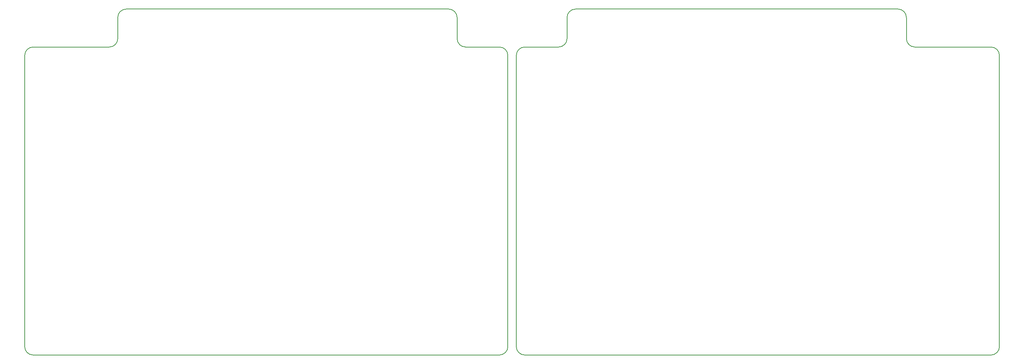
<source format=gm1>
G04 #@! TF.GenerationSoftware,KiCad,Pcbnew,5.0-dev-unknown-9241a39~61~ubuntu17.10.1*
G04 #@! TF.CreationDate,2018-07-19T12:56:27+02:00*
G04 #@! TF.ProjectId,vitamins_included,766974616D696E735F696E636C756465,rev?*
G04 #@! TF.SameCoordinates,Original*
G04 #@! TF.FileFunction,Profile,NP*
%FSLAX46Y46*%
G04 Gerber Fmt 4.6, Leading zero omitted, Abs format (unit mm)*
G04 Created by KiCad (PCBNEW 5.0-dev-unknown-9241a39~61~ubuntu17.10.1) date Thu Jul 19 12:56:27 2018*
%MOMM*%
%LPD*%
G01*
G04 APERTURE LIST*
%ADD10C,0.150000*%
G04 APERTURE END LIST*
D10*
X208500000Y-7000000D02*
X208500000Y-2000000D01*
X126250000Y-9000000D02*
X118250000Y-9000000D01*
X118250000Y-82000000D02*
G75*
G02X116250000Y-80000000I0J2000000D01*
G01*
X128250000Y-7000000D02*
X128250000Y-2000000D01*
X206500000Y0D02*
X130250000Y0D01*
X128250000Y-2000000D02*
G75*
G02X130250000Y0I2000000J0D01*
G01*
X230500000Y-80000000D02*
X230500000Y-11000000D01*
X230500000Y-80000000D02*
G75*
G02X228500000Y-82000000I-2000000J0D01*
G01*
X206500000Y0D02*
G75*
G02X208500000Y-2000000I0J-2000000D01*
G01*
X118250000Y-82000000D02*
X228500000Y-82000000D01*
X116250000Y-80000000D02*
X116250000Y-11000000D01*
X210500000Y-9000000D02*
G75*
G02X208500000Y-7000000I0J2000000D01*
G01*
X128250000Y-7000000D02*
G75*
G02X126250000Y-9000000I-2000000J0D01*
G01*
X228500000Y-9000000D02*
G75*
G02X230500000Y-11000000I0J-2000000D01*
G01*
X228500000Y-9000000D02*
X210500000Y-9000000D01*
X116250000Y-11000000D02*
G75*
G02X118250000Y-9000000I2000000J0D01*
G01*
X0Y-80000000D02*
G75*
G03X2000000Y-82000000I2000000J0D01*
G01*
X112250000Y-82000000D02*
G75*
G03X114250000Y-80000000I0J2000000D01*
G01*
X114250000Y-11000000D02*
G75*
G03X112250000Y-9000000I-2000000J0D01*
G01*
X2000000Y-9000000D02*
G75*
G03X0Y-11000000I0J-2000000D01*
G01*
X2000000Y-9000000D02*
X20000000Y-9000000D01*
X102250000Y-7000000D02*
G75*
G03X104250000Y-9000000I2000000J0D01*
G01*
X102250000Y-2000000D02*
G75*
G03X100250000Y0I-2000000J0D01*
G01*
X24000000Y0D02*
G75*
G03X22000000Y-2000000I0J-2000000D01*
G01*
X20000000Y-9000000D02*
G75*
G03X22000000Y-7000000I0J2000000D01*
G01*
X0Y-80000000D02*
X0Y-11000000D01*
X102250000Y-7000000D02*
X102250000Y-2000000D01*
X22000000Y-7000000D02*
X22000000Y-2000000D01*
X24000000Y0D02*
X100250000Y0D01*
X114250000Y-11000000D02*
X114250000Y-80000000D01*
X112250000Y-82000000D02*
X2000000Y-82000000D01*
X104250000Y-9000000D02*
X112250000Y-9000000D01*
M02*

</source>
